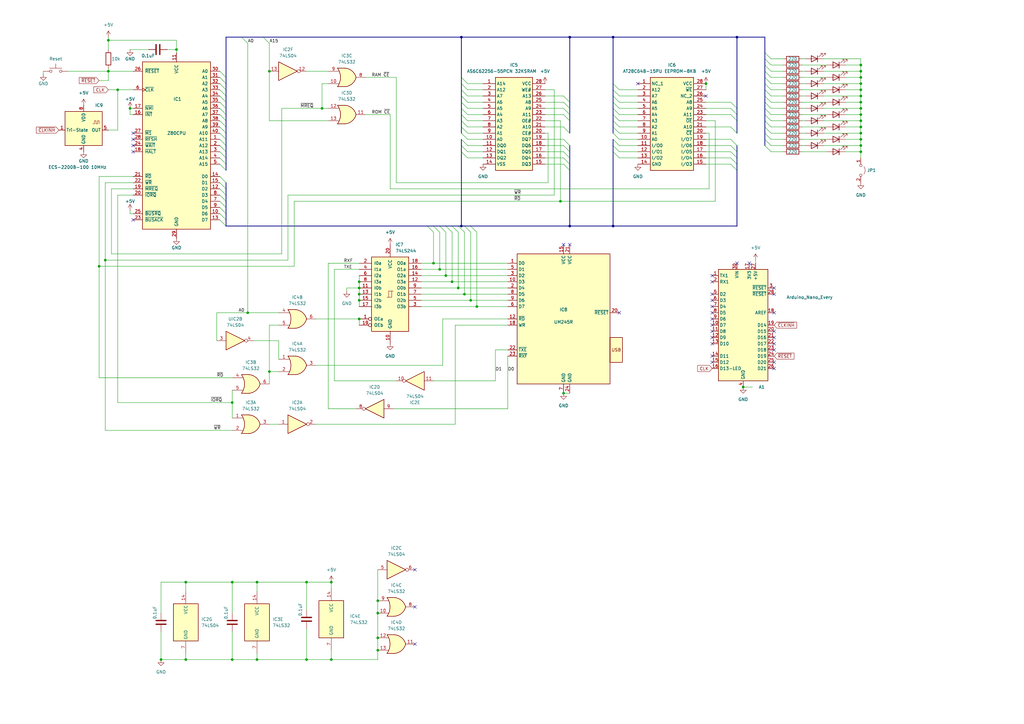
<source format=kicad_sch>
(kicad_sch (version 20230121) (generator eeschema)
  (paper "A3")
  (junction (at 154.94 251.46))
  (junction (at 251.46 92.71))
  (junction (at 76.2 238.76))
  (junction (at 110.49 152.4))
  (junction (at 48.26 36.83))
  (junction (at 44.45 29.21))
  (junction (at 353.06 49.53))
  (junction (at 154.94 266.7))
  (junction (at 44.45 16.51))
  (junction (at 180.34 110.49))
  (junction (at 147.32 130.81))
  (junction (at 53.34 44.45))
  (junction (at 95.25 270.51))
  (junction (at 353.06 41.91))
  (junction (at 353.06 31.75))
  (junction (at 101.6 128.27))
  (junction (at 353.06 34.29))
  (junction (at 147.32 118.11))
  (junction (at 147.32 115.57))
  (junction (at 353.06 36.83))
  (junction (at 251.46 15.24))
  (junction (at 353.06 39.37))
  (junction (at 147.32 120.65))
  (junction (at 353.06 44.45))
  (junction (at 72.39 20.32))
  (junction (at 40.64 109.22))
  (junction (at 229.87 82.55))
  (junction (at 132.08 44.45))
  (junction (at 185.42 115.57))
  (junction (at 353.06 26.67))
  (junction (at 147.32 123.19))
  (junction (at 135.89 270.51))
  (junction (at 182.88 113.03))
  (junction (at 125.73 270.51))
  (junction (at 66.04 270.51))
  (junction (at 353.06 57.15))
  (junction (at 154.94 246.38))
  (junction (at 189.23 15.24))
  (junction (at 193.04 123.19))
  (junction (at 189.23 92.71))
  (junction (at 76.2 270.51))
  (junction (at 105.41 270.51))
  (junction (at 353.06 59.69))
  (junction (at 95.25 238.76))
  (junction (at 231.14 161.29))
  (junction (at 302.26 15.24))
  (junction (at 289.56 34.29))
  (junction (at 95.25 165.1))
  (junction (at 125.73 238.76))
  (junction (at 353.06 62.23))
  (junction (at 353.06 54.61))
  (junction (at 195.58 125.73))
  (junction (at 110.49 29.21))
  (junction (at 353.06 46.99))
  (junction (at 105.41 238.76))
  (junction (at 353.06 29.21))
  (junction (at 177.8 107.95))
  (junction (at 353.06 52.07))
  (junction (at 233.68 15.24))
  (junction (at 304.8 158.75))
  (junction (at 233.68 92.71))
  (junction (at 43.18 106.68))
  (junction (at 135.89 238.76))
  (junction (at 154.94 261.62))
  (junction (at 190.5 120.65))
  (junction (at 187.96 118.11))
  (no_connect (at 54.61 59.69))
  (no_connect (at 292.1 148.59))
  (no_connect (at 317.5 120.65))
  (no_connect (at 317.5 151.13))
  (no_connect (at 54.61 54.61))
  (no_connect (at 261.62 34.29))
  (no_connect (at 292.1 135.89))
  (no_connect (at 292.1 133.35))
  (no_connect (at 170.18 248.92))
  (no_connect (at 317.5 140.97))
  (no_connect (at 317.5 128.27))
  (no_connect (at 54.61 57.15))
  (no_connect (at 317.5 118.11))
  (no_connect (at 254 128.27))
  (no_connect (at 170.18 264.16))
  (no_connect (at 54.61 90.17))
  (no_connect (at 231.14 100.33))
  (no_connect (at 317.5 148.59))
  (no_connect (at 233.68 100.33))
  (no_connect (at 317.5 138.43))
  (no_connect (at 292.1 125.73))
  (no_connect (at 292.1 128.27))
  (no_connect (at 292.1 146.05))
  (no_connect (at 292.1 138.43))
  (no_connect (at 292.1 140.97))
  (no_connect (at 292.1 113.03))
  (no_connect (at 292.1 123.19))
  (no_connect (at 292.1 120.65))
  (no_connect (at 317.5 135.89))
  (no_connect (at 292.1 130.81))
  (no_connect (at 317.5 143.51))
  (no_connect (at 54.61 62.23))
  (no_connect (at 289.56 39.37))
  (no_connect (at 170.18 233.68))
  (no_connect (at 302.26 107.95))
  (no_connect (at 307.34 107.95))
  (no_connect (at 292.1 115.57))
  (bus_entry (at 299.72 41.91) (size 2.54 2.54))
  (bus_entry (at 189.23 57.15) (size 2.54 2.54))
  (bus_entry (at 231.14 64.77) (size 2.54 2.54))
  (bus_entry (at 299.72 52.07) (size 2.54 2.54))
  (bus_entry (at 231.14 67.31) (size 2.54 2.54))
  (bus_entry (at 189.23 46.99) (size 2.54 2.54))
  (bus_entry (at 313.69 39.37) (size 2.54 2.54))
  (bus_entry (at 231.14 39.37) (size 2.54 2.54))
  (bus_entry (at 189.23 39.37) (size 2.54 2.54))
  (bus_entry (at 90.17 57.15) (size 2.54 2.54))
  (bus_entry (at 189.23 34.29) (size 2.54 2.54))
  (bus_entry (at 90.17 54.61) (size 2.54 2.54))
  (bus_entry (at 187.96 92.71) (size 2.54 2.54))
  (bus_entry (at 90.17 41.91) (size 2.54 2.54))
  (bus_entry (at 299.72 59.69) (size 2.54 2.54))
  (bus_entry (at 251.46 57.15) (size 2.54 2.54))
  (bus_entry (at 313.69 29.21) (size 2.54 2.54))
  (bus_entry (at 175.26 92.71) (size 2.54 2.54))
  (bus_entry (at 251.46 54.61) (size 2.54 2.54))
  (bus_entry (at 299.72 67.31) (size 2.54 2.54))
  (bus_entry (at 299.72 62.23) (size 2.54 2.54))
  (bus_entry (at 189.23 41.91) (size 2.54 2.54))
  (bus_entry (at 90.17 67.31) (size 2.54 2.54))
  (bus_entry (at 313.69 44.45) (size 2.54 2.54))
  (bus_entry (at 313.69 26.67) (size 2.54 2.54))
  (bus_entry (at 313.69 49.53) (size 2.54 2.54))
  (bus_entry (at 90.17 77.47) (size 2.54 2.54))
  (bus_entry (at 90.17 49.53) (size 2.54 2.54))
  (bus_entry (at 189.23 62.23) (size 2.54 2.54))
  (bus_entry (at 90.17 72.39) (size 2.54 2.54))
  (bus_entry (at 90.17 52.07) (size 2.54 2.54))
  (bus_entry (at 99.06 15.24) (size 2.54 2.54))
  (bus_entry (at 313.69 57.15) (size 2.54 2.54))
  (bus_entry (at 90.17 82.55) (size 2.54 2.54))
  (bus_entry (at 251.46 36.83) (size 2.54 2.54))
  (bus_entry (at 190.5 92.71) (size 2.54 2.54))
  (bus_entry (at 90.17 87.63) (size 2.54 2.54))
  (bus_entry (at 90.17 39.37) (size 2.54 2.54))
  (bus_entry (at 107.95 15.24) (size 2.54 2.54))
  (bus_entry (at 182.88 92.71) (size 2.54 2.54))
  (bus_entry (at 189.23 49.53) (size 2.54 2.54))
  (bus_entry (at 251.46 39.37) (size 2.54 2.54))
  (bus_entry (at 185.42 92.71) (size 2.54 2.54))
  (bus_entry (at 90.17 80.01) (size 2.54 2.54))
  (bus_entry (at 90.17 34.29) (size 2.54 2.54))
  (bus_entry (at 189.23 36.83) (size 2.54 2.54))
  (bus_entry (at 251.46 62.23) (size 2.54 2.54))
  (bus_entry (at 231.14 41.91) (size 2.54 2.54))
  (bus_entry (at 189.23 44.45) (size 2.54 2.54))
  (bus_entry (at 90.17 59.69) (size 2.54 2.54))
  (bus_entry (at 231.14 57.15) (size 2.54 2.54))
  (bus_entry (at 299.72 64.77) (size 2.54 2.54))
  (bus_entry (at 313.69 21.59) (size 2.54 2.54))
  (bus_entry (at 90.17 64.77) (size 2.54 2.54))
  (bus_entry (at 299.72 44.45) (size 2.54 2.54))
  (bus_entry (at 189.23 59.69) (size 2.54 2.54))
  (bus_entry (at 251.46 41.91) (size 2.54 2.54))
  (bus_entry (at 90.17 62.23) (size 2.54 2.54))
  (bus_entry (at 189.23 31.75) (size 2.54 2.54))
  (bus_entry (at 90.17 74.93) (size 2.54 2.54))
  (bus_entry (at 313.69 41.91) (size 2.54 2.54))
  (bus_entry (at 251.46 49.53) (size 2.54 2.54))
  (bus_entry (at 90.17 29.21) (size 2.54 2.54))
  (bus_entry (at 251.46 46.99) (size 2.54 2.54))
  (bus_entry (at 231.14 52.07) (size 2.54 2.54))
  (bus_entry (at 313.69 24.13) (size 2.54 2.54))
  (bus_entry (at 231.14 46.99) (size 2.54 2.54))
  (bus_entry (at 313.69 36.83) (size 2.54 2.54))
  (bus_entry (at 251.46 34.29) (size 2.54 2.54))
  (bus_entry (at 231.14 59.69) (size 2.54 2.54))
  (bus_entry (at 90.17 44.45) (size 2.54 2.54))
  (bus_entry (at 231.14 44.45) (size 2.54 2.54))
  (bus_entry (at 313.69 52.07) (size 2.54 2.54))
  (bus_entry (at 251.46 59.69) (size 2.54 2.54))
  (bus_entry (at 177.8 92.71) (size 2.54 2.54))
  (bus_entry (at 313.69 59.69) (size 2.54 2.54))
  (bus_entry (at 90.17 90.17) (size 2.54 2.54))
  (bus_entry (at 313.69 46.99) (size 2.54 2.54))
  (bus_entry (at 90.17 36.83) (size 2.54 2.54))
  (bus_entry (at 299.72 57.15) (size 2.54 2.54))
  (bus_entry (at 313.69 34.29) (size 2.54 2.54))
  (bus_entry (at 299.72 46.99) (size 2.54 2.54))
  (bus_entry (at 231.14 62.23) (size 2.54 2.54))
  (bus_entry (at 193.04 92.71) (size 2.54 2.54))
  (bus_entry (at 251.46 52.07) (size 2.54 2.54))
  (bus_entry (at 313.69 31.75) (size 2.54 2.54))
  (bus_entry (at 90.17 46.99) (size 2.54 2.54))
  (bus_entry (at 189.23 52.07) (size 2.54 2.54))
  (bus_entry (at 90.17 31.75) (size 2.54 2.54))
  (bus_entry (at 189.23 54.61) (size 2.54 2.54))
  (bus_entry (at 90.17 85.09) (size 2.54 2.54))
  (bus_entry (at 251.46 44.45) (size 2.54 2.54))
  (bus_entry (at 313.69 54.61) (size 2.54 2.54))
  (bus_entry (at 180.34 92.71) (size 2.54 2.54))
  (wire (pts (xy 316.23 54.61) (xy 321.31 54.61)))
  (wire (pts (xy 227.33 80.01) (xy 227.33 36.83)))
  (wire (pts (xy 95.25 238.76) (xy 105.41 238.76)))
  (bus (pts (xy 92.71 41.91) (xy 92.71 44.45)))
  (wire (pts (xy 353.06 31.75) (xy 353.06 34.29)))
  (wire (pts (xy 195.58 95.25) (xy 195.58 125.73)))
  (bus (pts (xy 189.23 62.23) (xy 189.23 92.71)))
  (wire (pts (xy 328.93 26.67) (xy 339.09 26.67)))
  (wire (pts (xy 223.52 57.15) (xy 231.14 57.15)))
  (bus (pts (xy 92.71 46.99) (xy 92.71 49.53)))
  (bus (pts (xy 189.23 36.83) (xy 189.23 39.37)))
  (wire (pts (xy 316.23 29.21) (xy 321.31 29.21)))
  (bus (pts (xy 302.26 46.99) (xy 302.26 44.45)))
  (wire (pts (xy 162.56 31.75) (xy 162.56 74.93)))
  (wire (pts (xy 147.32 118.11) (xy 147.32 120.65)))
  (bus (pts (xy 313.69 57.15) (xy 313.69 59.69)))
  (bus (pts (xy 251.46 41.91) (xy 251.46 39.37)))
  (wire (pts (xy 172.72 120.65) (xy 190.5 120.65)))
  (wire (pts (xy 172.72 123.19) (xy 193.04 123.19)))
  (wire (pts (xy 182.88 113.03) (xy 208.28 113.03)))
  (wire (pts (xy 187.96 95.25) (xy 187.96 118.11)))
  (bus (pts (xy 302.26 44.45) (xy 302.26 15.24)))
  (wire (pts (xy 190.5 95.25) (xy 190.5 120.65)))
  (bus (pts (xy 92.71 15.24) (xy 92.71 31.75)))
  (wire (pts (xy 95.25 165.1) (xy 48.26 165.1)))
  (wire (pts (xy 187.96 118.11) (xy 208.28 118.11)))
  (wire (pts (xy 289.56 57.15) (xy 299.72 57.15)))
  (wire (pts (xy 316.23 31.75) (xy 321.31 31.75)))
  (bus (pts (xy 92.71 39.37) (xy 92.71 41.91)))
  (wire (pts (xy 223.52 59.69) (xy 231.14 59.69)))
  (bus (pts (xy 251.46 36.83) (xy 251.46 34.29)))
  (wire (pts (xy 353.06 59.69) (xy 353.06 62.23)))
  (wire (pts (xy 66.04 270.51) (xy 76.2 270.51)))
  (bus (pts (xy 313.69 41.91) (xy 313.69 44.45)))
  (bus (pts (xy 175.26 92.71) (xy 177.8 92.71)))
  (bus (pts (xy 233.68 69.85) (xy 233.68 92.71)))
  (bus (pts (xy 92.71 57.15) (xy 92.71 59.69)))
  (bus (pts (xy 189.23 44.45) (xy 189.23 46.99)))
  (bus (pts (xy 92.71 85.09) (xy 92.71 87.63)))
  (wire (pts (xy 190.5 120.65) (xy 208.28 120.65)))
  (wire (pts (xy 76.2 242.57) (xy 76.2 238.76)))
  (bus (pts (xy 251.46 92.71) (xy 302.26 92.71)))
  (wire (pts (xy 193.04 95.25) (xy 193.04 123.19)))
  (wire (pts (xy 191.77 34.29) (xy 198.12 34.29)))
  (bus (pts (xy 313.69 44.45) (xy 313.69 46.99)))
  (wire (pts (xy 316.23 26.67) (xy 321.31 26.67)))
  (bus (pts (xy 193.04 92.71) (xy 233.68 92.71)))
  (wire (pts (xy 316.23 52.07) (xy 321.31 52.07)))
  (bus (pts (xy 92.71 44.45) (xy 92.71 46.99)))
  (bus (pts (xy 302.26 54.61) (xy 302.26 49.53)))
  (wire (pts (xy 44.45 15.24) (xy 44.45 16.51)))
  (wire (pts (xy 53.34 20.32) (xy 60.96 20.32)))
  (wire (pts (xy 132.08 34.29) (xy 132.08 44.45)))
  (wire (pts (xy 191.77 44.45) (xy 198.12 44.45)))
  (wire (pts (xy 54.61 77.47) (xy 45.72 77.47)))
  (wire (pts (xy 177.8 156.21) (xy 203.2 156.21)))
  (wire (pts (xy 328.93 24.13) (xy 330.2 24.13)))
  (wire (pts (xy 48.26 53.34) (xy 48.26 36.83)))
  (wire (pts (xy 172.72 115.57) (xy 185.42 115.57)))
  (wire (pts (xy 254 62.23) (xy 261.62 62.23)))
  (wire (pts (xy 328.93 59.69) (xy 330.2 59.69)))
  (wire (pts (xy 304.8 158.75) (xy 308.61 158.75)))
  (wire (pts (xy 223.52 62.23) (xy 231.14 62.23)))
  (bus (pts (xy 233.68 15.24) (xy 251.46 15.24)))
  (wire (pts (xy 110.49 17.78) (xy 110.49 29.21)))
  (bus (pts (xy 233.68 46.99) (xy 233.68 49.53)))
  (wire (pts (xy 147.32 123.19) (xy 147.32 125.73)))
  (wire (pts (xy 180.34 95.25) (xy 180.34 110.49)))
  (wire (pts (xy 115.57 104.14) (xy 115.57 44.45)))
  (wire (pts (xy 43.18 176.53) (xy 43.18 106.68)))
  (wire (pts (xy 135.89 270.51) (xy 154.94 270.51)))
  (wire (pts (xy 289.56 52.07) (xy 299.72 52.07)))
  (wire (pts (xy 346.71 46.99) (xy 353.06 46.99)))
  (wire (pts (xy 328.93 34.29) (xy 330.2 34.29)))
  (wire (pts (xy 254 46.99) (xy 261.62 46.99)))
  (wire (pts (xy 172.72 113.03) (xy 182.88 113.03)))
  (wire (pts (xy 154.94 233.68) (xy 154.94 246.38)))
  (wire (pts (xy 231.14 161.29) (xy 233.68 161.29)))
  (bus (pts (xy 107.95 15.24) (xy 189.23 15.24)))
  (wire (pts (xy 142.24 119.38) (xy 142.24 118.11)))
  (wire (pts (xy 76.2 267.97) (xy 76.2 270.51)))
  (wire (pts (xy 328.93 49.53) (xy 330.2 49.53)))
  (wire (pts (xy 337.82 59.69) (xy 353.06 59.69)))
  (wire (pts (xy 172.72 125.73) (xy 195.58 125.73)))
  (wire (pts (xy 337.82 39.37) (xy 353.06 39.37)))
  (wire (pts (xy 135.89 266.7) (xy 135.89 270.51)))
  (wire (pts (xy 125.73 270.51) (xy 135.89 270.51)))
  (wire (pts (xy 339.09 31.75) (xy 328.93 31.75)))
  (wire (pts (xy 88.9 128.27) (xy 101.6 128.27)))
  (bus (pts (xy 177.8 92.71) (xy 180.34 92.71)))
  (wire (pts (xy 125.73 257.81) (xy 125.73 270.51)))
  (wire (pts (xy 346.71 36.83) (xy 353.06 36.83)))
  (bus (pts (xy 313.69 24.13) (xy 313.69 26.67)))
  (wire (pts (xy 195.58 125.73) (xy 208.28 125.73)))
  (wire (pts (xy 223.52 49.53) (xy 229.87 49.53)))
  (wire (pts (xy 137.16 156.21) (xy 137.16 110.49)))
  (wire (pts (xy 289.56 59.69) (xy 299.72 59.69)))
  (wire (pts (xy 191.77 41.91) (xy 198.12 41.91)))
  (wire (pts (xy 154.94 261.62) (xy 154.94 266.7)))
  (wire (pts (xy 134.62 167.64) (xy 146.05 167.64)))
  (wire (pts (xy 337.82 54.61) (xy 353.06 54.61)))
  (wire (pts (xy 203.2 143.51) (xy 208.28 143.51)))
  (wire (pts (xy 223.52 39.37) (xy 231.14 39.37)))
  (wire (pts (xy 118.11 106.68) (xy 118.11 80.01)))
  (wire (pts (xy 180.34 110.49) (xy 208.28 110.49)))
  (wire (pts (xy 40.64 109.22) (xy 40.64 72.39)))
  (wire (pts (xy 289.56 34.29) (xy 289.56 36.83)))
  (wire (pts (xy 223.52 67.31) (xy 231.14 67.31)))
  (wire (pts (xy 346.71 31.75) (xy 353.06 31.75)))
  (wire (pts (xy 254 59.69) (xy 261.62 59.69)))
  (wire (pts (xy 40.64 109.22) (xy 120.65 109.22)))
  (wire (pts (xy 191.77 54.61) (xy 198.12 54.61)))
  (wire (pts (xy 149.86 46.99) (xy 160.02 46.99)))
  (wire (pts (xy 44.45 27.94) (xy 44.45 29.21)))
  (wire (pts (xy 353.06 49.53) (xy 353.06 52.07)))
  (wire (pts (xy 186.69 133.35) (xy 208.28 133.35)))
  (bus (pts (xy 189.23 46.99) (xy 189.23 49.53)))
  (wire (pts (xy 290.83 54.61) (xy 289.56 54.61)))
  (wire (pts (xy 191.77 52.07) (xy 198.12 52.07)))
  (wire (pts (xy 254 39.37) (xy 261.62 39.37)))
  (wire (pts (xy 105.41 267.97) (xy 105.41 270.51)))
  (wire (pts (xy 191.77 46.99) (xy 198.12 46.99)))
  (wire (pts (xy 95.25 154.94) (xy 40.64 154.94)))
  (wire (pts (xy 114.3 133.35) (xy 110.49 133.35)))
  (bus (pts (xy 251.46 34.29) (xy 251.46 15.24)))
  (wire (pts (xy 229.87 82.55) (xy 229.87 49.53)))
  (wire (pts (xy 48.26 165.1) (xy 48.26 80.01)))
  (wire (pts (xy 293.37 49.53) (xy 289.56 49.53)))
  (wire (pts (xy 172.72 110.49) (xy 180.34 110.49)))
  (bus (pts (xy 92.71 31.75) (xy 92.71 34.29)))
  (wire (pts (xy 337.82 44.45) (xy 353.06 44.45)))
  (wire (pts (xy 353.06 36.83) (xy 353.06 39.37)))
  (bus (pts (xy 92.71 80.01) (xy 92.71 82.55)))
  (wire (pts (xy 223.52 46.99) (xy 231.14 46.99)))
  (bus (pts (xy 251.46 49.53) (xy 251.46 52.07)))
  (bus (pts (xy 302.26 67.31) (xy 302.26 69.85)))
  (wire (pts (xy 142.24 118.11) (xy 147.32 118.11)))
  (wire (pts (xy 353.06 52.07) (xy 353.06 54.61)))
  (bus (pts (xy 233.68 59.69) (xy 233.68 62.23)))
  (bus (pts (xy 92.71 62.23) (xy 92.71 64.77)))
  (wire (pts (xy 45.72 104.14) (xy 115.57 104.14)))
  (wire (pts (xy 40.64 33.02) (xy 44.45 33.02)))
  (wire (pts (xy 53.34 46.99) (xy 53.34 44.45)))
  (wire (pts (xy 293.37 82.55) (xy 293.37 49.53)))
  (wire (pts (xy 328.93 44.45) (xy 330.2 44.45)))
  (bus (pts (xy 251.46 15.24) (xy 302.26 15.24)))
  (wire (pts (xy 353.06 26.67) (xy 353.06 29.21)))
  (wire (pts (xy 66.04 259.08) (xy 66.04 270.51)))
  (bus (pts (xy 92.71 52.07) (xy 92.71 54.61)))
  (wire (pts (xy 162.56 74.93) (xy 224.79 74.93)))
  (wire (pts (xy 95.25 176.53) (xy 43.18 176.53)))
  (wire (pts (xy 66.04 238.76) (xy 76.2 238.76)))
  (bus (pts (xy 92.71 92.71) (xy 175.26 92.71)))
  (bus (pts (xy 313.69 39.37) (xy 313.69 41.91)))
  (wire (pts (xy 290.83 77.47) (xy 290.83 54.61)))
  (wire (pts (xy 203.2 156.21) (xy 203.2 143.51)))
  (wire (pts (xy 44.45 33.02) (xy 44.45 29.21)))
  (bus (pts (xy 92.71 90.17) (xy 92.71 92.71)))
  (wire (pts (xy 95.25 160.02) (xy 95.25 165.1)))
  (wire (pts (xy 88.9 128.27) (xy 88.9 139.7)))
  (wire (pts (xy 223.52 52.07) (xy 231.14 52.07)))
  (wire (pts (xy 337.82 24.13) (xy 353.06 24.13)))
  (wire (pts (xy 161.29 167.64) (xy 208.28 167.64)))
  (bus (pts (xy 185.42 92.71) (xy 187.96 92.71)))
  (wire (pts (xy 115.57 44.45) (xy 132.08 44.45)))
  (wire (pts (xy 95.25 270.51) (xy 105.41 270.51)))
  (wire (pts (xy 134.62 107.95) (xy 134.62 167.64)))
  (wire (pts (xy 129.54 130.81) (xy 147.32 130.81)))
  (wire (pts (xy 110.49 29.21) (xy 110.49 49.53)))
  (wire (pts (xy 346.71 62.23) (xy 353.06 62.23)))
  (bus (pts (xy 251.46 57.15) (xy 251.46 59.69)))
  (wire (pts (xy 289.56 62.23) (xy 299.72 62.23)))
  (wire (pts (xy 185.42 95.25) (xy 185.42 115.57)))
  (wire (pts (xy 120.65 82.55) (xy 229.87 82.55)))
  (wire (pts (xy 328.93 46.99) (xy 339.09 46.99)))
  (wire (pts (xy 125.73 238.76) (xy 125.73 250.19)))
  (bus (pts (xy 233.68 41.91) (xy 233.68 44.45)))
  (bus (pts (xy 190.5 92.71) (xy 193.04 92.71)))
  (bus (pts (xy 313.69 15.24) (xy 313.69 21.59)))
  (bus (pts (xy 99.06 15.24) (xy 107.95 15.24)))
  (wire (pts (xy 101.6 17.78) (xy 101.6 128.27)))
  (wire (pts (xy 316.23 49.53) (xy 321.31 49.53)))
  (wire (pts (xy 44.45 29.21) (xy 54.61 29.21)))
  (bus (pts (xy 313.69 31.75) (xy 313.69 34.29)))
  (wire (pts (xy 125.73 29.21) (xy 134.62 29.21)))
  (wire (pts (xy 254 52.07) (xy 261.62 52.07)))
  (wire (pts (xy 316.23 39.37) (xy 321.31 39.37)))
  (wire (pts (xy 110.49 152.4) (xy 114.3 152.4)))
  (wire (pts (xy 316.23 62.23) (xy 321.31 62.23)))
  (wire (pts (xy 134.62 34.29) (xy 132.08 34.29)))
  (bus (pts (xy 302.26 59.69) (xy 302.26 62.23)))
  (wire (pts (xy 186.69 173.99) (xy 186.69 133.35)))
  (wire (pts (xy 40.64 154.94) (xy 40.64 109.22)))
  (wire (pts (xy 181.61 130.81) (xy 208.28 130.81)))
  (wire (pts (xy 289.56 46.99) (xy 299.72 46.99)))
  (wire (pts (xy 254 57.15) (xy 261.62 57.15)))
  (wire (pts (xy 191.77 49.53) (xy 198.12 49.53)))
  (bus (pts (xy 233.68 44.45) (xy 233.68 46.99)))
  (bus (pts (xy 189.23 59.69) (xy 189.23 62.23)))
  (wire (pts (xy 191.77 57.15) (xy 198.12 57.15)))
  (wire (pts (xy 101.6 128.27) (xy 114.3 128.27)))
  (bus (pts (xy 302.26 64.77) (xy 302.26 67.31)))
  (wire (pts (xy 337.82 34.29) (xy 353.06 34.29)))
  (bus (pts (xy 92.71 36.83) (xy 92.71 39.37)))
  (wire (pts (xy 316.23 36.83) (xy 321.31 36.83)))
  (wire (pts (xy 53.34 46.99) (xy 54.61 46.99)))
  (bus (pts (xy 92.71 67.31) (xy 92.71 69.85)))
  (wire (pts (xy 309.88 107.95) (xy 309.88 106.68)))
  (wire (pts (xy 223.52 64.77) (xy 231.14 64.77)))
  (wire (pts (xy 147.32 120.65) (xy 147.32 123.19)))
  (wire (pts (xy 40.64 72.39) (xy 54.61 72.39)))
  (wire (pts (xy 44.45 16.51) (xy 44.45 20.32)))
  (wire (pts (xy 328.93 29.21) (xy 330.2 29.21)))
  (wire (pts (xy 254 44.45) (xy 261.62 44.45)))
  (wire (pts (xy 316.23 24.13) (xy 321.31 24.13)))
  (bus (pts (xy 189.23 34.29) (xy 189.23 36.83)))
  (bus (pts (xy 189.23 41.91) (xy 189.23 44.45)))
  (wire (pts (xy 44.45 53.34) (xy 48.26 53.34)))
  (bus (pts (xy 233.68 49.53) (xy 233.68 54.61)))
  (wire (pts (xy 105.41 238.76) (xy 125.73 238.76)))
  (wire (pts (xy 254 36.83) (xy 261.62 36.83)))
  (wire (pts (xy 328.93 57.15) (xy 339.09 57.15)))
  (wire (pts (xy 76.2 238.76) (xy 95.25 238.76)))
  (wire (pts (xy 328.93 62.23) (xy 339.09 62.23)))
  (wire (pts (xy 316.23 59.69) (xy 321.31 59.69)))
  (bus (pts (xy 182.88 92.71) (xy 185.42 92.71)))
  (wire (pts (xy 181.61 149.86) (xy 181.61 130.81)))
  (wire (pts (xy 353.06 44.45) (xy 353.06 46.99)))
  (wire (pts (xy 177.8 107.95) (xy 208.28 107.95)))
  (wire (pts (xy 114.3 139.7) (xy 104.14 139.7)))
  (wire (pts (xy 346.71 57.15) (xy 353.06 57.15)))
  (bus (pts (xy 233.68 92.71) (xy 251.46 92.71)))
  (bus (pts (xy 233.68 62.23) (xy 233.68 64.77)))
  (wire (pts (xy 191.77 64.77) (xy 198.12 64.77)))
  (bus (pts (xy 180.34 92.71) (xy 182.88 92.71)))
  (wire (pts (xy 224.79 74.93) (xy 224.79 54.61)))
  (wire (pts (xy 44.45 36.83) (xy 48.26 36.83)))
  (bus (pts (xy 189.23 52.07) (xy 189.23 54.61)))
  (wire (pts (xy 72.39 20.32) (xy 72.39 21.59)))
  (wire (pts (xy 208.28 167.64) (xy 208.28 146.05)))
  (bus (pts (xy 92.71 15.24) (xy 99.06 15.24)))
  (wire (pts (xy 95.25 259.08) (xy 95.25 270.51)))
  (wire (pts (xy 149.86 31.75) (xy 162.56 31.75)))
  (bus (pts (xy 302.26 69.85) (xy 302.26 92.71)))
  (wire (pts (xy 229.87 82.55) (xy 293.37 82.55)))
  (wire (pts (xy 95.25 238.76) (xy 95.25 251.46)))
  (wire (pts (xy 44.45 16.51) (xy 72.39 16.51)))
  (wire (pts (xy 147.32 115.57) (xy 147.32 118.11)))
  (wire (pts (xy 53.34 87.63) (xy 53.34 86.36)))
  (wire (pts (xy 353.06 24.13) (xy 353.06 26.67)))
  (wire (pts (xy 17.78 30.48) (xy 17.78 29.21)))
  (wire (pts (xy 346.71 26.67) (xy 353.06 26.67)))
  (wire (pts (xy 223.52 41.91) (xy 231.14 41.91)))
  (wire (pts (xy 191.77 39.37) (xy 198.12 39.37)))
  (bus (pts (xy 92.71 54.61) (xy 92.71 57.15)))
  (wire (pts (xy 316.23 57.15) (xy 321.31 57.15)))
  (bus (pts (xy 92.71 34.29) (xy 92.71 36.83)))
  (wire (pts (xy 353.06 64.77) (xy 353.06 62.23)))
  (wire (pts (xy 185.42 115.57) (xy 208.28 115.57)))
  (wire (pts (xy 254 54.61) (xy 261.62 54.61)))
  (wire (pts (xy 48.26 36.83) (xy 54.61 36.83)))
  (bus (pts (xy 251.46 59.69) (xy 251.46 62.23)))
  (bus (pts (xy 251.46 46.99) (xy 251.46 49.53)))
  (wire (pts (xy 66.04 251.46) (xy 66.04 238.76)))
  (bus (pts (xy 233.68 67.31) (xy 233.68 69.85)))
  (wire (pts (xy 105.41 270.51) (xy 125.73 270.51)))
  (wire (pts (xy 43.18 74.93) (xy 54.61 74.93)))
  (bus (pts (xy 313.69 34.29) (xy 313.69 36.83)))
  (wire (pts (xy 172.72 118.11) (xy 187.96 118.11)))
  (wire (pts (xy 43.18 106.68) (xy 43.18 74.93)))
  (bus (pts (xy 92.71 59.69) (xy 92.71 62.23)))
  (wire (pts (xy 289.56 64.77) (xy 299.72 64.77)))
  (wire (pts (xy 147.32 113.03) (xy 147.32 115.57)))
  (wire (pts (xy 191.77 59.69) (xy 198.12 59.69)))
  (wire (pts (xy 160.02 77.47) (xy 290.83 77.47)))
  (wire (pts (xy 339.09 36.83) (xy 328.93 36.83)))
  (wire (pts (xy 223.52 54.61) (xy 224.79 54.61)))
  (bus (pts (xy 313.69 46.99) (xy 313.69 49.53)))
  (bus (pts (xy 189.23 49.53) (xy 189.23 52.07)))
  (wire (pts (xy 353.06 46.99) (xy 353.06 49.53)))
  (bus (pts (xy 251.46 52.07) (xy 251.46 54.61)))
  (bus (pts (xy 251.46 46.99) (xy 251.46 44.45)))
  (wire (pts (xy 353.06 34.29) (xy 353.06 36.83)))
  (bus (pts (xy 189.23 39.37) (xy 189.23 41.91)))
  (bus (pts (xy 313.69 21.59) (xy 313.69 24.13)))
  (wire (pts (xy 337.82 49.53) (xy 353.06 49.53)))
  (wire (pts (xy 353.06 54.61) (xy 353.06 57.15)))
  (wire (pts (xy 353.06 29.21) (xy 353.06 31.75)))
  (wire (pts (xy 135.89 238.76) (xy 125.73 238.76)))
  (wire (pts (xy 182.88 95.25) (xy 182.88 113.03)))
  (bus (pts (xy 92.71 77.47) (xy 92.71 80.01)))
  (bus (pts (xy 251.46 39.37) (xy 251.46 36.83)))
  (wire (pts (xy 137.16 110.49) (xy 147.32 110.49)))
  (bus (pts (xy 313.69 29.21) (xy 313.69 31.75)))
  (wire (pts (xy 53.34 44.45) (xy 54.61 44.45)))
  (wire (pts (xy 48.26 80.01) (xy 54.61 80.01)))
  (wire (pts (xy 254 41.91) (xy 261.62 41.91)))
  (wire (pts (xy 147.32 130.81) (xy 147.32 133.35)))
  (wire (pts (xy 45.72 77.47) (xy 45.72 104.14)))
  (bus (pts (xy 313.69 26.67) (xy 313.69 29.21)))
  (bus (pts (xy 92.71 87.63) (xy 92.71 90.17)))
  (wire (pts (xy 289.56 41.91) (xy 299.72 41.91)))
  (bus (pts (xy 92.71 74.93) (xy 92.71 77.47)))
  (wire (pts (xy 193.04 123.19) (xy 208.28 123.19)))
  (wire (pts (xy 76.2 270.51) (xy 95.25 270.51)))
  (bus (pts (xy 251.46 62.23) (xy 251.46 92.71)))
  (bus (pts (xy 92.71 82.55) (xy 92.71 85.09)))
  (wire (pts (xy 316.23 44.45) (xy 321.31 44.45)))
  (bus (pts (xy 233.68 15.24) (xy 233.68 41.91)))
  (bus (pts (xy 302.26 62.23) (xy 302.26 64.77)))
  (wire (pts (xy 105.41 238.76) (xy 105.41 242.57)))
  (wire (pts (xy 110.49 49.53) (xy 134.62 49.53)))
  (bus (pts (xy 251.46 44.45) (xy 251.46 41.91)))
  (bus (pts (xy 189.23 57.15) (xy 189.23 59.69)))
  (wire (pts (xy 54.61 87.63) (xy 53.34 87.63)))
  (bus (pts (xy 189.23 15.24) (xy 189.23 31.75)))
  (wire (pts (xy 289.56 67.31) (xy 299.72 67.31)))
  (wire (pts (xy 328.93 52.07) (xy 339.09 52.07)))
  (bus (pts (xy 302.26 49.53) (xy 302.26 46.99)))
  (bus (pts (xy 313.69 36.83) (xy 313.69 39.37)))
  (wire (pts (xy 160.02 46.99) (xy 160.02 77.47)))
  (wire (pts (xy 154.94 246.38) (xy 154.94 251.46)))
  (wire (pts (xy 95.25 165.1) (xy 95.25 171.45)))
  (bus (pts (xy 92.71 49.53) (xy 92.71 52.07)))
  (wire (pts (xy 337.82 29.21) (xy 353.06 29.21)))
  (wire (pts (xy 346.71 41.91) (xy 353.06 41.91)))
  (wire (pts (xy 68.58 20.32) (xy 72.39 20.32)))
  (wire (pts (xy 27.94 29.21) (xy 44.45 29.21)))
  (bus (pts (xy 189.23 15.24) (xy 233.68 15.24)))
  (wire (pts (xy 110.49 152.4) (xy 110.49 157.48)))
  (wire (pts (xy 353.06 41.91) (xy 353.06 44.45)))
  (wire (pts (xy 134.62 44.45) (xy 132.08 44.45)))
  (wire (pts (xy 114.3 147.32) (xy 114.3 139.7)))
  (wire (pts (xy 154.94 251.46) (xy 154.94 261.62)))
  (wire (pts (xy 72.39 16.51) (xy 72.39 20.32)))
  (wire (pts (xy 177.8 95.25) (xy 177.8 107.95)))
  (wire (pts (xy 328.93 39.37) (xy 330.2 39.37)))
  (wire (pts (xy 346.71 52.07) (xy 353.06 52.07)))
  (wire (pts (xy 154.94 266.7) (xy 154.94 270.51)))
  (wire (pts (xy 191.77 36.83) (xy 198.12 36.83)))
  (wire (pts (xy 129.54 149.86) (xy 181.61 149.86)))
  (wire (pts (xy 353.06 39.37) (xy 353.06 41.91)))
  (bus (pts (xy 302.26 15.24) (xy 313.69 15.24)))
  (wire (pts (xy 254 49.53) (xy 261.62 49.53)))
  (wire (pts (xy 137.16 156.21) (xy 162.56 156.21)))
  (bus (pts (xy 187.96 92.71) (xy 189.23 92.71)))
  (wire (pts (xy 43.18 106.68) (xy 118.11 106.68)))
  (wire (pts (xy 328.93 54.61) (xy 330.2 54.61)))
  (wire (pts (xy 289.56 44.45) (xy 299.72 44.45)))
  (wire (pts (xy 135.89 238.76) (xy 135.89 241.3)))
  (wire (pts (xy 339.09 41.91) (xy 328.93 41.91)))
  (wire (pts (xy 172.72 107.95) (xy 177.8 107.95)))
  (wire (pts (xy 316.23 41.91) (xy 321.31 41.91)))
  (bus (pts (xy 233.68 64.77) (xy 233.68 67.31)))
  (bus (pts (xy 313.69 49.53) (xy 313.69 52.07)))
  (wire (pts (xy 227.33 36.83) (xy 223.52 36.83)))
  (wire (pts (xy 191.77 62.23) (xy 198.12 62.23)))
  (wire (pts (xy 110.49 133.35) (xy 110.49 152.4)))
  (bus (pts (xy 189.23 31.75) (xy 189.23 34.29)))
  (wire (pts (xy 129.54 173.99) (xy 186.69 173.99)))
  (wire (pts (xy 147.32 107.95) (xy 134.62 107.95)))
  (bus (pts (xy 313.69 54.61) (xy 313.69 57.15)))
  (bus (pts (xy 189.23 92.71) (xy 190.5 92.71)))
  (wire (pts (xy 254 64.77) (xy 261.62 64.77)))
  (wire (pts (xy 353.06 57.15) (xy 353.06 59.69)))
  (bus (pts (xy 92.71 64.77) (xy 92.71 67.31)))
  (wire (pts (xy 120.65 109.22) (xy 120.65 82.55)))
  (wire (pts (xy 118.11 80.01) (xy 227.33 80.01)))
  (wire (pts (xy 316.23 34.29) (xy 321.31 34.29)))
  (wire (pts (xy 316.23 46.99) (xy 321.31 46.99)))
  (wire (pts (xy 223.52 44.45) (xy 231.14 44.45)))
  (bus (pts (xy 313.69 52.07) (xy 313.69 54.61)))
  (wire (pts (xy 110.49 173.99) (xy 114.3 173.99)))
  (label "A0" (at 97.79 128.27 0))
  (label "ROM ~{CE}" (at 152.4 46.99 0))
  (label "A15" (at 110.49 17.78 0))
  (label "D1" (at 203.2 152.4 0))
  (label "~{WR}" (at 87.63 176.53 0))
  (label "~{WR}" (at 210.82 80.01 0))
  (label "~{MREQ}" (at 123.19 44.45 0))
  (label "D0" (at 208.28 152.4 0))
  (label "~{RD}" (at 210.82 82.55 0))
  (label "TXE" (at 140.97 110.49 0))
  (label "A0" (at 101.6 17.78 0))
  (label "~{RD}" (at 88.9 154.94 0))
  (label "RXF" (at 140.97 107.95 0))
  (label "RAM ~{CE}" (at 152.4 31.75 0))
  (label "~{IORQ}" (at 86.36 165.1 0))
  (global_label "CLK" (shape input) (at 44.45 36.83 180) (property "Intersheetrefs" "${INTERSHEET_REFS}" (effects hide)))
  (global_label "~{RESET}" (shape input) (at 317.5 146.05 0) (property "Intersheetrefs" "${INTERSHEET_REFS}" (effects hide)))
  (global_label "~{CLKINH}" (shape input) (at 24.13 53.34 180) (property "Intersheetrefs" "${INTERSHEET_REFS}" (effects hide)))
  (global_label "~{RESET}" (shape input) (at 40.64 33.02 180) (property "Intersheetrefs" "${INTERSHEET_REFS}" (effects hide)))
  (global_label "CLK" (shape input) (at 292.1 151.13 180) (property "Intersheetrefs" "${INTERSHEET_REFS}" (effects hide)))
  (global_label "~{CLKINH}" (shape input) (at 317.5 133.35 0) (property "Intersheetrefs" "${INTERSHEET_REFS}" (effects hide)))
  (symbol (lib_id "74xx:74LS04") (at 170.18 156.21 180) (unit 5)
    (property "Reference" "IC2" (at 170.18 165.1 0))
    (property "Value" "74LS04" (at 170.18 162.56 0))
    (property "Datasheet" "http://www.ti.com/lit/gpn/sn74LS04" (effects hide))
  )
  (symbol (lib_id "74xx:74LS04") (at 76.2 255.27 0) (unit 7)
    (property "Reference" "IC2" (at 82.55 254 0) (effects (justify left)))
    (property "Value" "74LS04" (at 82.55 256.54 0) (effects (justify left)))
    (property "Datasheet" "http://www.ti.com/lit/gpn/sn74LS04" (effects hide))
  )
  (symbol (lib_id "CPU:Z80CPU") (at 72.39 59.69 0) (unit 1)
    (property "Reference" "IC1" (at 71.12 40.64 0) (effects (justify left)))
    (property "Value" "Z80CPU" (at 68.58 54.61 0) (effects (justify left)))
    (property "Datasheet" "www.zilog.com/manage_directlink.php?filepath=docs/z80/um0080" (effects hide))
  )
  (symbol (lib_id "Device:R") (at 325.12 26.67 90) (unit 1)
    (property "Reference" "R8" (effects hide))
    (property "Value" "220" (at 325.12 26.67 90))
  )
  (symbol (lib_id "74xx:74LS32") (at 121.92 149.86 0) (unit 1)
    (property "Reference" "IC4" (at 121.92 140.97 0))
    (property "Value" "74LS32" (at 121.92 143.51 0))
    (property "Datasheet" "http://www.ti.com/lit/gpn/sn74LS32" (effects hide))
  )
  (symbol (lib_id "Device:R") (at 325.12 39.37 90) (unit 1)
    (property "Reference" "R13" (effects hide))
    (property "Value" "220" (at 325.12 39.37 90))
  )
  (symbol (lib_id "AT28C64B-15PU:AT28C64B-15PU") (at 261.62 34.29 0) (unit 1)
    (property "Reference" "IC6" (at 275.59 26.67 0))
    (property "Value" "AT28C64B-15PU EEPROM-8KB" (at 270.51 29.21 0))
    (property "Footprint" "DIP1556W56P254L3702H483Q28N" (effects hide))
    (property "Datasheet" "http://www.atmel.com/images/doc0270.pdf" (effects hide))
    (property "Height" "4.826" (effects hide))
    (property "Mouser Part Number" "556-AT28C64B15PU" (effects hide))
    (property "Mouser Price/Stock" "https://www.mouser.co.uk/ProductDetail/Microchip-Technology/AT28C64B-15PU?qs=2VKgqYuc3OvipbcAuBcLow%3D%3D" (effects hide))
    (property "Manufacturer_Name" "Microchip" (effects hide))
    (property "Manufacturer_Part_Number" "AT28C64B-15PU" (effects hide))
  )
  (symbol (lib_id "Device:R") (at 325.12 41.91 90) (unit 1)
    (property "Reference" "R14" (effects hide))
    (property "Value" "220" (at 325.12 41.91 90))
  )
  (symbol (lib_id "Device:LED") (at 342.9 57.15 180) (unit 1)
    (property "Reference" "D18" (effects hide))
    (property "Value" "LED" (effects hide))
  )
  (symbol (lib_id "power:GND") (at 53.34 20.32 0) (unit 1)
    (property "Reference" "#PWR04" (effects hide))
    (property "Value" "GND" (at 53.34 24.13 0))
  )
  (symbol (lib_id "power:GND") (at 261.62 67.31 0) (unit 1)
    (property "Reference" "#PWR010" (effects hide))
    (property "Value" "GND" (at 261.62 72.39 0))
  )
  (symbol (lib_id "power:GND") (at 304.8 158.75 0) (unit 1)
    (property "Reference" "#PWR02" (effects hide))
    (property "Value" "GND" (at 304.8 163.83 0))
  )
  (symbol (lib_id "74xx:74LS04") (at 153.67 167.64 0) (mirror y) (unit 4)
    (property "Reference" "IC2" (at 153.67 158.75 0))
    (property "Value" "74LS04" (at 153.67 161.29 0))
    (property "Datasheet" "http://www.ti.com/lit/gpn/sn74LS04" (effects hide))
  )
  (symbol (lib_id "Device:C") (at 64.77 20.32 270) (unit 1)
    (property "Reference" "C3" (effects hide))
    (property "Value" "0.1uF" (at 63.5 22.86 90) (effects (justify right)))
  )
  (symbol (lib_id "power:GND") (at 231.14 161.29 0) (unit 1)
    (property "Reference" "#PWR019" (effects hide))
    (property "Value" "GND" (at 231.14 166.37 0))
  )
  (symbol (lib_id "Device:LED") (at 334.01 24.13 180) (unit 1)
    (property "Reference" "D4" (effects hide))
    (property "Value" "LED" (effects hide))
  )
  (symbol (lib_id "Device:LED") (at 342.9 36.83 180) (unit 1)
    (property "Reference" "D11" (effects hide))
    (property "Value" "LED" (effects hide))
  )
  (symbol (lib_id "power:+5V") (at 53.34 44.45 0) (unit 1)
    (property "Reference" "#PWR05" (effects hide))
    (property "Value" "+5V" (at 53.34 40.64 0))
  )
  (symbol (lib_id "74xx:74LS32") (at 142.24 46.99 0) (unit 4)
    (property "Reference" "IC3" (at 142.24 38.1 0))
    (property "Value" "74LS32" (at 142.24 40.64 0))
    (property "Datasheet" "http://www.ti.com/lit/gpn/sn74LS32" (effects hide))
  )
  (symbol (lib_id "Device:LED") (at 342.9 31.75 180) (unit 1)
    (property "Reference" "D10" (effects hide))
    (property "Value" "LED" (effects hide))
  )
  (symbol (lib_id "Device:C") (at 95.25 255.27 180) (unit 1)
    (property "Reference" "C2" (effects hide))
    (property "Value" "0.1uF" (at 92.71 254 90) (effects (justify right)))
  )
  (symbol (lib_id "Device:R") (at 325.12 31.75 90) (unit 1)
    (property "Reference" "R10" (effects hide))
    (property "Value" "220" (at 325.12 31.75 90))
  )
  (symbol (lib_id "74xx:74LS32") (at 135.89 254 0) (unit 5)
    (property "Reference" "IC4" (at 143.51 252.73 0) (effects (justify left)))
    (property "Value" "74LS32" (at 143.51 255.27 0) (effects (justify left)))
    (property "Datasheet" "http://www.ti.com/lit/gpn/sn74LS32" (effects hide))
  )
  (symbol (lib_id "Device:LED") (at 334.01 29.21 180) (unit 1)
    (property "Reference" "D5" (effects hide))
    (property "Value" "LED" (effects hide))
  )
  (symbol (lib_id "PainfulDiodes:ECS-2200x-xxx") (at 34.29 54.61 0) (unit 1)
    (property "Reference" "IC9" (at 40.64 43.18 0))
    (property "Value" "ECS-2200B-100 10MHz" (at 31.75 68.58 0))
    (property "Footprint" "Oscillator:Oscillator_8DIP_ECS_2200x-xxx-4Pin_13.2x13.2mm" (effects hide))
    (property "Datasheet" "https://www.mouser.co.uk/datasheet/2/122/ecs_2200-1284324.pdf" (effects hide))
  )
  (symbol (lib_id "power:+5V") (at 289.56 34.29 0) (unit 1)
    (property "Reference" "#PWR014" (effects hide))
    (property "Value" "+5V" (at 289.56 29.21 0))
  )
  (symbol (lib_id "power:GND") (at 66.04 270.51 0) (unit 1)
    (property "Reference" "#PWR015" (effects hide))
    (property "Value" "GND" (at 66.04 275.59 0))
  )
  (symbol (lib_id "Device:LED") (at 334.01 44.45 180) (unit 1)
    (property "Reference" "D8" (effects hide))
    (property "Value" "LED" (effects hide))
  )
  (symbol (lib_id "74xx:74LS04") (at 162.56 233.68 0) (unit 3)
    (property "Reference" "IC2" (at 162.56 224.79 0))
    (property "Value" "74LS04" (at 162.56 227.33 0))
    (property "Datasheet" "http://www.ti.com/lit/gpn/sn74LS04" (effects hide))
  )
  (symbol (lib_id "Jumper:Jumper_2_Open") (at 353.06 69.85 270) (unit 1)
    (property "Reference" "JP1" (at 355.6 69.85 90) (effects (justify left)))
    (property "Value" "Jumper_2_Open" (effects hide))
  )
  (symbol (lib_id "Device:LED") (at 334.01 49.53 180) (unit 1)
    (property "Reference" "D14" (effects hide))
    (property "Value" "LED" (effects hide))
  )
  (symbol (lib_id "Device:R") (at 44.45 24.13 0) (unit 1)
    (property "Reference" "R6" (effects hide))
    (property "Value" "10k" (at 45.72 24.13 0) (effects (justify left)))
  )
  (symbol (lib_id "Device:R") (at 325.12 24.13 90) (unit 1)
    (property "Reference" "R7" (effects hide))
    (property "Value" "220" (at 325.12 24.13 90))
  )
  (symbol (lib_id "Device:R") (at 325.12 34.29 90) (unit 1)
    (property "Reference" "R11" (effects hide))
    (property "Value" "220" (at 325.12 34.29 90))
  )
  (symbol (lib_id "Device:LED") (at 342.9 46.99 180) (unit 1)
    (property "Reference" "D13" (effects hide))
    (property "Value" "LED" (effects hide))
  )
  (symbol (lib_id "74xx:74LS32") (at 105.41 255.27 0) (unit 5)
    (property "Reference" "IC3" (at 111.76 254 0) (effects (justify left)))
    (property "Value" "74LS32" (at 111.76 256.54 0) (effects (justify left)))
    (property "Datasheet" "http://www.ti.com/lit/gpn/sn74LS32" (effects hide))
  )
  (symbol (lib_id "Device:R") (at 325.12 29.21 90) (unit 1)
    (property "Reference" "R9" (effects hide))
    (property "Value" "220" (at 325.12 29.21 90))
  )
  (symbol (lib_id "MCU_Module:Arduino_Nano_Every") (at 304.8 133.35 0) (unit 1)
    (property "Reference" "A1" (at 311.15 158.75 0) (effects (justify left)))
    (property "Value" "Arduino_Nano_Every" (at 322.58 121.92 0) (effects (justify left)))
    (property "Footprint" "Module:Arduino_Nano" (effects hide))
    (property "Datasheet" "https://content.arduino.cc/assets/NANOEveryV3.0_sch.pdf" (effects hide))
  )
  (symbol (lib_id "power:+5V") (at 53.34 86.36 0) (unit 1)
    (property "Reference" "#PWR06" (effects hide))
    (property "Value" "+5V" (at 53.34 82.55 0))
  )
  (symbol (lib_id "74xx:74LS32") (at 142.24 31.75 0) (unit 3)
    (property "Reference" "IC3" (at 142.24 22.86 0))
    (property "Value" "74LS32" (at 142.24 25.4 0))
    (property "Datasheet" "http://www.ti.com/lit/gpn/sn74LS32" (effects hide))
  )
  (symbol (lib_id "power:+5V") (at 309.88 106.68 0) (unit 1)
    (property "Reference" "#PWR09" (effects hide))
    (property "Value" "+5V" (at 309.88 101.6 0))
  )
  (symbol (lib_id "power:GND") (at 17.78 30.48 0) (unit 1)
    (property "Reference" "#PWR03" (effects hide))
    (property "Value" "GND" (at 17.78 34.29 0))
  )
  (symbol (lib_id "power:+5V") (at 223.52 34.29 0) (unit 1)
    (property "Reference" "#PWR013" (effects hide))
    (property "Value" "+5V" (at 223.52 29.21 0))
  )
  (symbol (lib_id "Device:R") (at 325.12 46.99 90) (unit 1)
    (property "Reference" "R16" (effects hide))
    (property "Value" "220" (at 325.12 46.99 90))
  )
  (symbol (lib_id "74xx:74LS32") (at 102.87 157.48 0) (unit 2)
    (property "Reference" "IC3" (at 102.87 148.59 0))
    (property "Value" "74LS32" (at 102.87 151.13 0))
    (property "Datasheet" "http://www.ti.com/lit/gpn/sn74LS32" (effects hide))
  )
  (symbol (lib_id "Device:R") (at 325.12 62.23 90) (unit 1)
    (property "Reference" "R30" (effects hide))
    (property "Value" "220" (at 325.12 62.23 90))
  )
  (symbol (lib_id "power:GND") (at 34.29 62.23 0) (unit 1)
    (property "Reference" "#PWR018" (effects hide))
    (property "Value" "GND" (at 34.29 66.04 0))
  )
  (symbol (lib_id "74xx:74LS32") (at 102.87 173.99 0) (unit 1)
    (property "Reference" "IC3" (at 102.87 165.1 0))
    (property "Value" "74LS32" (at 102.87 167.64 0))
    (property "Datasheet" "http://www.ti.com/lit/gpn/sn74LS32" (effects hide))
  )
  (symbol (lib_id "Device:R") (at 325.12 54.61 90) (unit 1)
    (property "Reference" "R27" (effects hide))
    (property "Value" "220" (at 325.12 54.61 90))
  )
  (symbol (lib_id "power:+5V") (at 44.45 15.24 0) (unit 1)
    (property "Reference" "#PWR01" (effects hide))
    (property "Value" "+5V" (at 44.45 10.16 0))
  )
  (symbol (lib_id "74xx:74LS04") (at 96.52 139.7 0) (unit 2)
    (property "Reference" "UIC2" (at 96.52 130.81 0))
    (property "Value" "74LS04" (at 96.52 133.35 0))
    (property "Datasheet" "http://www.ti.com/lit/gpn/sn74LS04" (effects hide))
  )
  (symbol (lib_id "Device:R") (at 325.12 52.07 90) (unit 1)
    (property "Reference" "R26" (effects hide))
    (property "Value" "220" (at 325.12 52.07 90))
  )
  (symbol (lib_id "74xx:74LS04") (at 121.92 173.99 0) (unit 1)
    (property "Reference" "IC2" (at 121.92 165.1 0))
    (property "Value" "74LS04" (at 121.92 167.64 0))
    (property "Datasheet" "http://www.ti.com/lit/gpn/sn74LS04" (effects hide))
  )
  (symbol (lib_id "Device:C") (at 66.04 255.27 180) (unit 1)
    (property "Reference" "C1" (effects hide))
    (property "Value" "0.1uF" (at 63.5 254 90) (effects (justify right)))
  )
  (symbol (lib_id "Device:LED") (at 334.01 39.37 180) (unit 1)
    (property "Reference" "D7" (effects hide))
    (property "Value" "LED" (effects hide))
  )
  (symbol (lib_id "Device:C") (at 125.73 254 180) (unit 1)
    (property "Reference" "C4" (effects hide))
    (property "Value" "0.1uF" (at 123.19 252.73 90) (effects (justify right)))
  )
  (symbol (lib_id "power:+5V") (at 160.02 100.33 0) (unit 1)
    (property "Reference" "#PWR09" (effects hide))
    (property "Value" "+5V" (at 160.02 95.25 0))
  )
  (symbol (lib_id "74xx:74LS32") (at 162.56 248.92 0) (unit 3)
    (property "Reference" "IC4" (at 162.56 240.03 0))
    (property "Value" "74LS32" (at 162.56 242.57 0))
    (property "Datasheet" "http://www.ti.com/lit/gpn/sn74LS32" (effects hide))
  )
  (symbol (lib_id "Device:LED") (at 334.01 34.29 180) (unit 1)
    (property "Reference" "D6" (effects hide))
    (property "Value" "LED" (effects hide))
  )
  (symbol (lib_id "74xx:74LS32") (at 162.56 264.16 0) (unit 4)
    (property "Reference" "IC4" (at 162.56 255.27 0))
    (property "Value" "74LS32" (at 162.56 257.81 0))
    (property "Datasheet" "http://www.ti.com/lit/gpn/sn74LS32" (effects hide))
  )
  (symbol (lib_id "power:GND") (at 142.24 119.38 0) (unit 1)
    (property "Reference" "#PWR01" (effects hide))
    (property "Value" "GND" (at 142.24 124.46 0))
  )
  (symbol (lib_id "Device:R") (at 325.12 57.15 90) (unit 1)
    (property "Reference" "R28" (effects hide))
    (property "Value" "220" (at 325.12 57.15 90))
  )
  (symbol (lib_id "power:+5V") (at 34.29 43.18 0) (unit 1)
    (property "Reference" "#PWR017" (effects hide))
    (property "Value" "+5V" (at 34.29 38.1 0))
  )
  (symbol (lib_id "Device:LED") (at 342.9 52.07 180) (unit 1)
    (property "Reference" "D17" (effects hide))
    (property "Value" "LED" (effects hide))
  )
  (symbol (lib_id "AS6C62256-55PCN:AS6C62256-55PCN") (at 198.12 34.29 0) (unit 1)
    (property "Reference" "IC5" (at 210.82 26.67 0))
    (property "Value" "AS6C62256-55PCN 32KSRAM" (at 205.74 29.21 0))
    (property "Footprint" "DIP1587W140P254L3632H381Q28N" (effects hide))
    (property "Datasheet" "https://componentsearchengine.com/Datasheets/1/AS6C62256-55PCN.pdf" (effects hide))
    (property "Height" "3.81" (effects hide))
    (property "Mouser Part Number" "913-AS6C62256-55PCN" (effects hide))
    (property "Mouser Price/Stock" "https://www.mouser.co.uk/ProductDetail/Alliance-Memory/AS6C62256-55PCN?qs=LD2UibpCYJqgbIupMJnGTQ%3D%3D" (effects hide))
    (property "Manufacturer_Name" "Alliance Memory" (effects hide))
    (property "Manufacturer_Part_Number" "AS6C62256-55PCN" (effects hide))
  )
  (symbol (lib_id "Device:R") (at 325.12 44.45 90) (unit 1)
    (property "Reference" "R15" (effects hide))
    (property "Value" "220" (at 325.12 44.45 90))
  )
  (symbol (lib_id "Device:LED") (at 334.01 59.69 180) (unit 1)
    (property "Reference" "D16" (effects hide))
    (property "Value" "LED" (effects hide))
  )
  (symbol (lib_id "Device:R") (at 325.12 49.53 90) (unit 1)
    (property "Reference" "R25" (effects hide))
    (property "Value" "220" (at 325.12 49.53 90))
  )
  (symbol (lib_id "power:GND") (at 160.02 140.97 0) (unit 1)
    (property "Reference" "#PWR02" (effects hide))
    (property "Value" "GND" (at 160.02 146.05 0))
  )
  (symbol (lib_id "Switch:SW_Push") (at 22.86 29.21 0) (unit 1)
    (property "Reference" "SW1" (effects hide))
    (property "Value" "Reset" (at 22.86 24.13 0))
  )
  (symbol (lib_id "74xx:74LS32") (at 121.92 130.81 0) (unit 2)
    (property "Reference" "IC4" (at 121.92 121.92 0))
    (property "Value" "74LS32" (at 121.92 124.46 0))
    (property "Datasheet" "http://www.ti.com/lit/gpn/sn74LS32" (effects hide))
  )
  (symbol (lib_id "Device:LED") (at 342.9 41.91 180) (unit 1)
    (property "Reference" "D12" (effects hide))
    (property "Value" "LED" (effects hide))
  )
  (symbol (lib_name "GND_1") (lib_id "power:GND") (at 72.39 97.79 0) (unit 1)
    (property "Reference" "#PWR07" (effects hide))
    (property "Value" "GND" (at 72.39 101.6 0))
  )
  (symbol (lib_id "PainfulDiodes:UM245R") (at 231.14 132.08 0) (unit 1)
    (property "Reference" "IC8" (at 231.14 127 0))
    (property "Value" "UM245R" (at 231.14 132.08 0))
  )
  (symbol (lib_id "Device:LED") (at 334.01 54.61 180) (unit 1)
    (property "Reference" "D15" (effects hide))
    (property "Value" "LED" (effects hide))
  )
  (symbol (lib_id "Device:R") (at 325.12 59.69 90) (unit 1)
    (property "Reference" "R29" (effects hide))
    (property "Value" "220" (at 325.12 59.69 90))
  )
  (symbol (lib_id "power:GND") (at 353.06 74.93 0) (unit 1)
    (property "Reference" "#PWR012" (effects hide))
    (property "Value" "GND" (at 353.06 80.01 0))
  )
  (symbol (lib_id "Device:LED") (at 342.9 26.67 180) (unit 1)
    (property "Reference" "D9" (effects hide))
    (property "Value" "LED" (effects hide))
  )
  (symbol (lib_id "74xx:74LS04") (at 118.11 29.21 0) (unit 6)
    (property "Reference" "IC2" (at 118.11 20.32 0))
    (property "Value" "74LS04" (at 118.11 22.86 0))
    (property "Datasheet" "http://www.ti.com/lit/gpn/sn74LS04" (effects hide))
  )
  (symbol (lib_id "power:GND") (at 198.12 67.31 0) (unit 1)
    (property "Reference" "#PWR011" (effects hide))
    (property "Value" "GND" (at 198.12 72.39 0))
  )
  (symbol (lib_id "power:+5V") (at 135.89 238.76 0) (unit 1)
    (property "Reference" "#PWR016" (effects hide))
    (property "Value" "+5V" (at 135.89 233.68 0))
  )
  (symbol (lib_id "Device:R") (at 325.12 36.83 90) (unit 1)
    (property "Reference" "R12" (effects hide))
    (property "Value" "220" (at 325.12 36.83 90))
  )
  (symbol (lib_id "74xx:74LS244") (at 160.02 120.65 0) (unit 1)
    (property "Reference" "IC7" (at 162.2141 100.33 0) (effects (justify left)))
    (property "Value" "74LS244" (at 162.2141 102.87 0) (effects (justify left)))
    (property "Datasheet" "http://www.ti.com/lit/ds/symlink/sn74ls244.pdf" (effects hide))
  )
  (symbol (lib_id "Device:LED") (at 342.9 62.23 180) (unit 1)
    (property "Reference" "D19" (effects hide))
    (property "Value" "LED" (effects hide))
  )
)
</source>
